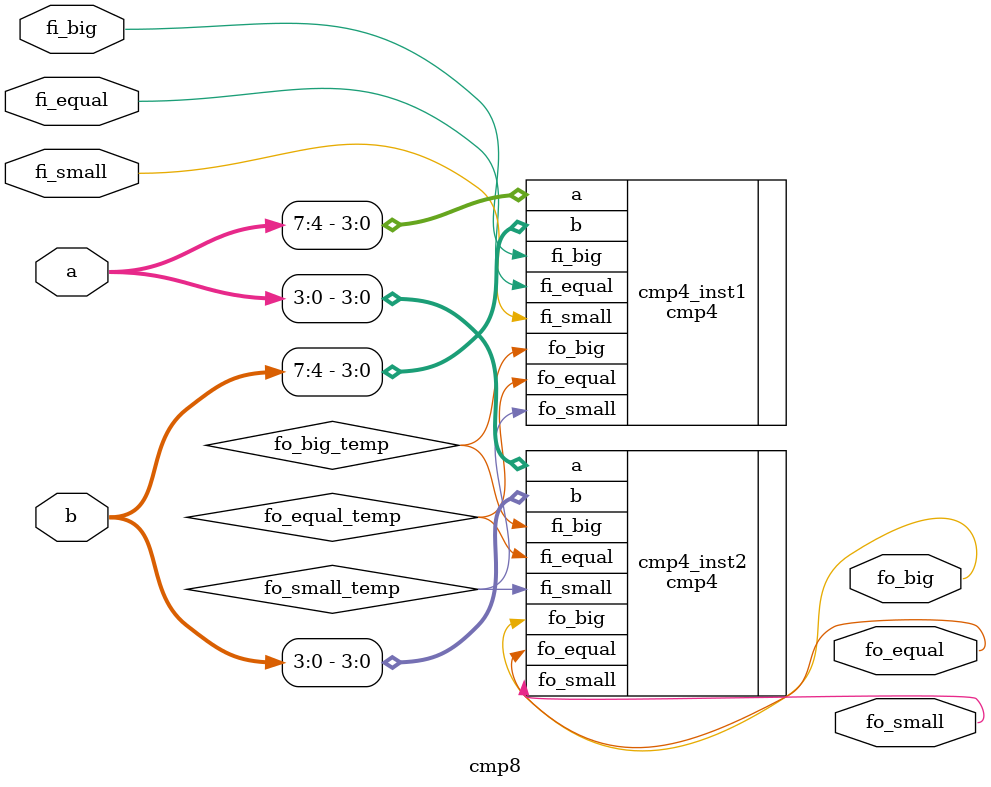
<source format=v>
module cmp8(
    input   wire    [7:0]   a,
    input   wire    [7:0]   b,
    input   wire                fi_big,
    input   wire                fi_equal,
    input   wire                fi_small,
 
    output      wire                fo_big,
    output      wire                fo_equal,
    output      wire                fo_small
);
 
    wire         fo_big_temp;
    wire         fo_equal_temp;
    wire         fo_small_temp;
 
        cmp4    cmp4_inst1(
            .a              (a[7:4]),
            .b              (b[7:4]),
            .fi_big     (fi_big),  
            .fi_equal   (fi_equal),
            .fi_small   (fi_small),
             
 
            .fo_big     (fo_big_temp), 
            .fo_equal   (fo_equal_temp),   
            .fo_small   (fo_small_temp)
        );
 
        cmp4    cmp4_inst2(
            .a              (a[3:0]),
            .b              (b[3:0]),
            .fi_big     (fo_big_temp), 
            .fi_equal   (fo_equal_temp),   
            .fi_small   (fo_small_temp),
             
            .fo_big     (fo_big),  
            .fo_equal   (fo_equal),
            .fo_small   (fo_small)
        ); 
 
endmodule
</source>
